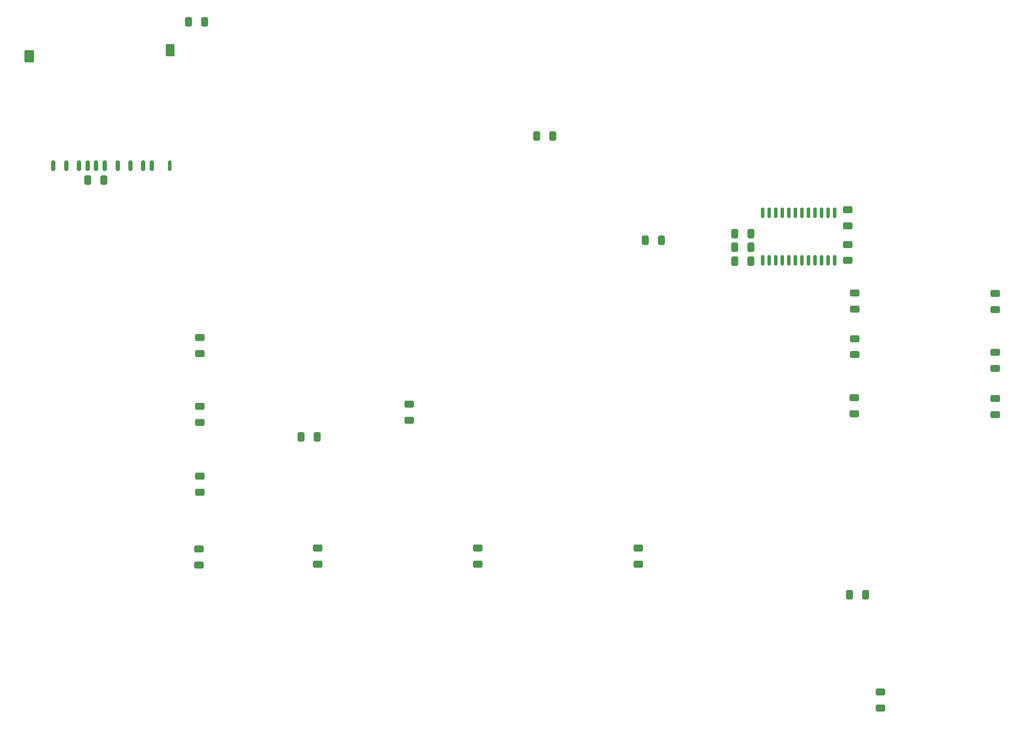
<source format=gbr>
%TF.GenerationSoftware,KiCad,Pcbnew,7.0.6-7.0.6~ubuntu22.04.1*%
%TF.CreationDate,2023-07-20T21:28:58+02:00*%
%TF.ProjectId,sbc,7362632e-6b69-4636-9164-5f7063625858,rev?*%
%TF.SameCoordinates,Original*%
%TF.FileFunction,Paste,Top*%
%TF.FilePolarity,Positive*%
%FSLAX46Y46*%
G04 Gerber Fmt 4.6, Leading zero omitted, Abs format (unit mm)*
G04 Created by KiCad (PCBNEW 7.0.6-7.0.6~ubuntu22.04.1) date 2023-07-20 21:28:58*
%MOMM*%
%LPD*%
G01*
G04 APERTURE LIST*
G04 Aperture macros list*
%AMRoundRect*
0 Rectangle with rounded corners*
0 $1 Rounding radius*
0 $2 $3 $4 $5 $6 $7 $8 $9 X,Y pos of 4 corners*
0 Add a 4 corners polygon primitive as box body*
4,1,4,$2,$3,$4,$5,$6,$7,$8,$9,$2,$3,0*
0 Add four circle primitives for the rounded corners*
1,1,$1+$1,$2,$3*
1,1,$1+$1,$4,$5*
1,1,$1+$1,$6,$7*
1,1,$1+$1,$8,$9*
0 Add four rect primitives between the rounded corners*
20,1,$1+$1,$2,$3,$4,$5,0*
20,1,$1+$1,$4,$5,$6,$7,0*
20,1,$1+$1,$6,$7,$8,$9,0*
20,1,$1+$1,$8,$9,$2,$3,0*%
G04 Aperture macros list end*
%ADD10RoundRect,0.250000X-0.412500X-0.650000X0.412500X-0.650000X0.412500X0.650000X-0.412500X0.650000X0*%
%ADD11RoundRect,0.250000X0.650000X-0.412500X0.650000X0.412500X-0.650000X0.412500X-0.650000X-0.412500X0*%
%ADD12RoundRect,0.250000X0.412500X0.650000X-0.412500X0.650000X-0.412500X-0.650000X0.412500X-0.650000X0*%
%ADD13RoundRect,0.150000X0.150000X-0.875000X0.150000X0.875000X-0.150000X0.875000X-0.150000X-0.875000X0*%
%ADD14RoundRect,0.250400X0.149600X0.749600X-0.149600X0.749600X-0.149600X-0.749600X0.149600X-0.749600X0*%
%ADD15RoundRect,0.249900X0.100100X0.750100X-0.100100X0.750100X-0.100100X-0.750100X0.100100X-0.750100X0*%
%ADD16RoundRect,0.250200X0.649800X0.949800X-0.649800X0.949800X-0.649800X-0.949800X0.649800X-0.949800X0*%
%ADD17RoundRect,0.249900X0.600100X0.950100X-0.600100X0.950100X-0.600100X-0.950100X0.600100X-0.950100X0*%
%ADD18RoundRect,0.250000X-0.650000X0.412500X-0.650000X-0.412500X0.650000X-0.412500X0.650000X0.412500X0*%
G04 APERTURE END LIST*
D10*
%TO.C,C9*%
X237236000Y-177292000D03*
X240361000Y-177292000D03*
%TD*%
D11*
%TO.C,C33*%
X133985000Y-171400000D03*
X133985000Y-168275000D03*
%TD*%
%TO.C,C54*%
X236855000Y-105702500D03*
X236855000Y-102577500D03*
%TD*%
D10*
%TO.C,C45*%
X214972500Y-112522000D03*
X218097500Y-112522000D03*
%TD*%
D11*
%TO.C,C29*%
X238210000Y-130683000D03*
X238210000Y-127558000D03*
%TD*%
D12*
%TO.C,C24*%
X92494500Y-96774000D03*
X89369500Y-96774000D03*
%TD*%
D11*
%TO.C,C59*%
X111125000Y-130506000D03*
X111125000Y-127381000D03*
%TD*%
D13*
%TO.C,U27*%
X220345000Y-112395000D03*
X221615000Y-112395000D03*
X222885000Y-112395000D03*
X224155000Y-112395000D03*
X225425000Y-112395000D03*
X226695000Y-112395000D03*
X227965000Y-112395000D03*
X229235000Y-112395000D03*
X230505000Y-112395000D03*
X231775000Y-112395000D03*
X233045000Y-112395000D03*
X234315000Y-112395000D03*
X234315000Y-103095000D03*
X233045000Y-103095000D03*
X231775000Y-103095000D03*
X230505000Y-103095000D03*
X229235000Y-103095000D03*
X227965000Y-103095000D03*
X226695000Y-103095000D03*
X225425000Y-103095000D03*
X224155000Y-103095000D03*
X222885000Y-103095000D03*
X221615000Y-103095000D03*
X220345000Y-103095000D03*
%TD*%
D11*
%TO.C,C12*%
X265515000Y-142290000D03*
X265515000Y-139165000D03*
%TD*%
D10*
%TO.C,C47*%
X214972500Y-109855000D03*
X218097500Y-109855000D03*
%TD*%
D12*
%TO.C,C60*%
X200737000Y-108458000D03*
X197612000Y-108458000D03*
%TD*%
D14*
%TO.C,J6*%
X85230000Y-93969000D03*
X87730000Y-93969000D03*
X91030000Y-93969000D03*
X92730000Y-93969000D03*
X95230000Y-93969000D03*
X97730000Y-93969000D03*
X100160000Y-93969000D03*
X101860000Y-93969000D03*
X82730000Y-93969000D03*
X89430000Y-93969000D03*
D15*
X105350000Y-93969000D03*
D16*
X78010000Y-72769000D03*
D17*
X105360000Y-71569000D03*
%TD*%
D12*
%TO.C,C61*%
X179655000Y-88265000D03*
X176530000Y-88265000D03*
%TD*%
D11*
%TO.C,C8*%
X196215000Y-171400000D03*
X196215000Y-168275000D03*
%TD*%
%TO.C,C7*%
X165100000Y-171400000D03*
X165100000Y-168275000D03*
%TD*%
%TO.C,C10*%
X243205000Y-199340000D03*
X243205000Y-196215000D03*
%TD*%
D10*
%TO.C,C44*%
X214972500Y-107188000D03*
X218097500Y-107188000D03*
%TD*%
D18*
%TO.C,C26*%
X265515000Y-130225000D03*
X265515000Y-133350000D03*
%TD*%
D10*
%TO.C,C23*%
X108927500Y-66040000D03*
X112052500Y-66040000D03*
%TD*%
D11*
%TO.C,C57*%
X110998000Y-171527000D03*
X110998000Y-168402000D03*
%TD*%
%TO.C,C48*%
X236855000Y-112395000D03*
X236855000Y-109270000D03*
%TD*%
%TO.C,C62*%
X151765000Y-143460000D03*
X151765000Y-140335000D03*
%TD*%
%TO.C,C58*%
X111125000Y-143841000D03*
X111125000Y-140716000D03*
%TD*%
D18*
%TO.C,C28*%
X238210000Y-118745000D03*
X238210000Y-121870000D03*
%TD*%
D11*
%TO.C,C30*%
X238125000Y-142190000D03*
X238125000Y-139065000D03*
%TD*%
D12*
%TO.C,C63*%
X133935000Y-146685000D03*
X130810000Y-146685000D03*
%TD*%
D18*
%TO.C,C27*%
X265515000Y-118795000D03*
X265515000Y-121920000D03*
%TD*%
D11*
%TO.C,C36*%
X111125000Y-157430000D03*
X111125000Y-154305000D03*
%TD*%
M02*

</source>
